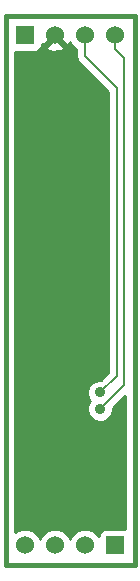
<source format=gbl>
G04 (created by PCBNEW-RS274X (2012-apr-16-27)-stable) date Sat 16 Nov 2013 11:41:47 AM EET*
G01*
G70*
G90*
%MOIN*%
G04 Gerber Fmt 3.4, Leading zero omitted, Abs format*
%FSLAX34Y34*%
G04 APERTURE LIST*
%ADD10C,0.006000*%
%ADD11C,0.015000*%
%ADD12R,0.060000X0.060000*%
%ADD13C,0.060000*%
%ADD14C,0.035000*%
%ADD15C,0.008000*%
%ADD16C,0.010000*%
G04 APERTURE END LIST*
G54D10*
G54D11*
X16100Y-07250D02*
X16100Y-25550D01*
X11800Y-07250D02*
X16100Y-07250D01*
X11800Y-25550D02*
X11800Y-07250D01*
X16100Y-25550D02*
X11800Y-25550D01*
G54D12*
X12450Y-07900D03*
G54D13*
X13450Y-07900D03*
X14450Y-07900D03*
X15450Y-07900D03*
G54D12*
X15450Y-24900D03*
G54D13*
X14450Y-24900D03*
X13450Y-24900D03*
X12450Y-24900D03*
G54D14*
X14950Y-20350D03*
X14950Y-19800D03*
X13400Y-14150D03*
X15000Y-18700D03*
G54D15*
X15450Y-08350D02*
X15750Y-08650D01*
X15750Y-08650D02*
X15750Y-19550D01*
X15750Y-19550D02*
X14950Y-20350D01*
X15450Y-07900D02*
X15450Y-08350D01*
X15500Y-19250D02*
X14950Y-19800D01*
X14450Y-08600D02*
X15500Y-09650D01*
X15500Y-09650D02*
X15500Y-19250D01*
X14450Y-07900D02*
X14450Y-08600D01*
G54D10*
G36*
X15775Y-24351D02*
X15701Y-24351D01*
X15101Y-24351D01*
X15009Y-24389D01*
X14939Y-24459D01*
X14901Y-24550D01*
X14901Y-24575D01*
X14761Y-24435D01*
X14559Y-24351D01*
X14341Y-24351D01*
X14139Y-24435D01*
X13985Y-24589D01*
X13950Y-24673D01*
X13915Y-24589D01*
X13761Y-24435D01*
X13758Y-24433D01*
X13758Y-08278D01*
X13450Y-07971D01*
X13142Y-08278D01*
X13169Y-08372D01*
X13371Y-08443D01*
X13584Y-08432D01*
X13731Y-08372D01*
X13758Y-08278D01*
X13758Y-24433D01*
X13559Y-24351D01*
X13341Y-24351D01*
X13139Y-24435D01*
X12985Y-24589D01*
X12950Y-24673D01*
X12915Y-24589D01*
X12761Y-24435D01*
X12559Y-24351D01*
X12341Y-24351D01*
X12139Y-24435D01*
X12125Y-24449D01*
X12125Y-08449D01*
X12199Y-08449D01*
X12799Y-08449D01*
X12891Y-08411D01*
X12961Y-08341D01*
X12999Y-08250D01*
X12999Y-08187D01*
X13072Y-08208D01*
X13344Y-07935D01*
X13379Y-07900D01*
X13450Y-07829D01*
X13521Y-07900D01*
X13556Y-07935D01*
X13828Y-08208D01*
X13922Y-08181D01*
X13945Y-08115D01*
X13985Y-08211D01*
X14139Y-08365D01*
X14160Y-08373D01*
X14160Y-08600D01*
X14182Y-08711D01*
X14245Y-08805D01*
X15210Y-09770D01*
X15210Y-19130D01*
X14965Y-19375D01*
X14866Y-19375D01*
X14710Y-19439D01*
X14590Y-19559D01*
X14525Y-19715D01*
X14525Y-19884D01*
X14589Y-20040D01*
X14624Y-20075D01*
X14590Y-20109D01*
X14525Y-20265D01*
X14525Y-20434D01*
X14589Y-20590D01*
X14709Y-20710D01*
X14865Y-20775D01*
X15034Y-20775D01*
X15190Y-20711D01*
X15310Y-20591D01*
X15375Y-20435D01*
X15375Y-20335D01*
X15775Y-19935D01*
X15775Y-24351D01*
X15775Y-24351D01*
G37*
G54D16*
X15775Y-24351D02*
X15701Y-24351D01*
X15101Y-24351D01*
X15009Y-24389D01*
X14939Y-24459D01*
X14901Y-24550D01*
X14901Y-24575D01*
X14761Y-24435D01*
X14559Y-24351D01*
X14341Y-24351D01*
X14139Y-24435D01*
X13985Y-24589D01*
X13950Y-24673D01*
X13915Y-24589D01*
X13761Y-24435D01*
X13758Y-24433D01*
X13758Y-08278D01*
X13450Y-07971D01*
X13142Y-08278D01*
X13169Y-08372D01*
X13371Y-08443D01*
X13584Y-08432D01*
X13731Y-08372D01*
X13758Y-08278D01*
X13758Y-24433D01*
X13559Y-24351D01*
X13341Y-24351D01*
X13139Y-24435D01*
X12985Y-24589D01*
X12950Y-24673D01*
X12915Y-24589D01*
X12761Y-24435D01*
X12559Y-24351D01*
X12341Y-24351D01*
X12139Y-24435D01*
X12125Y-24449D01*
X12125Y-08449D01*
X12199Y-08449D01*
X12799Y-08449D01*
X12891Y-08411D01*
X12961Y-08341D01*
X12999Y-08250D01*
X12999Y-08187D01*
X13072Y-08208D01*
X13344Y-07935D01*
X13379Y-07900D01*
X13450Y-07829D01*
X13521Y-07900D01*
X13556Y-07935D01*
X13828Y-08208D01*
X13922Y-08181D01*
X13945Y-08115D01*
X13985Y-08211D01*
X14139Y-08365D01*
X14160Y-08373D01*
X14160Y-08600D01*
X14182Y-08711D01*
X14245Y-08805D01*
X15210Y-09770D01*
X15210Y-19130D01*
X14965Y-19375D01*
X14866Y-19375D01*
X14710Y-19439D01*
X14590Y-19559D01*
X14525Y-19715D01*
X14525Y-19884D01*
X14589Y-20040D01*
X14624Y-20075D01*
X14590Y-20109D01*
X14525Y-20265D01*
X14525Y-20434D01*
X14589Y-20590D01*
X14709Y-20710D01*
X14865Y-20775D01*
X15034Y-20775D01*
X15190Y-20711D01*
X15310Y-20591D01*
X15375Y-20435D01*
X15375Y-20335D01*
X15775Y-19935D01*
X15775Y-24351D01*
M02*

</source>
